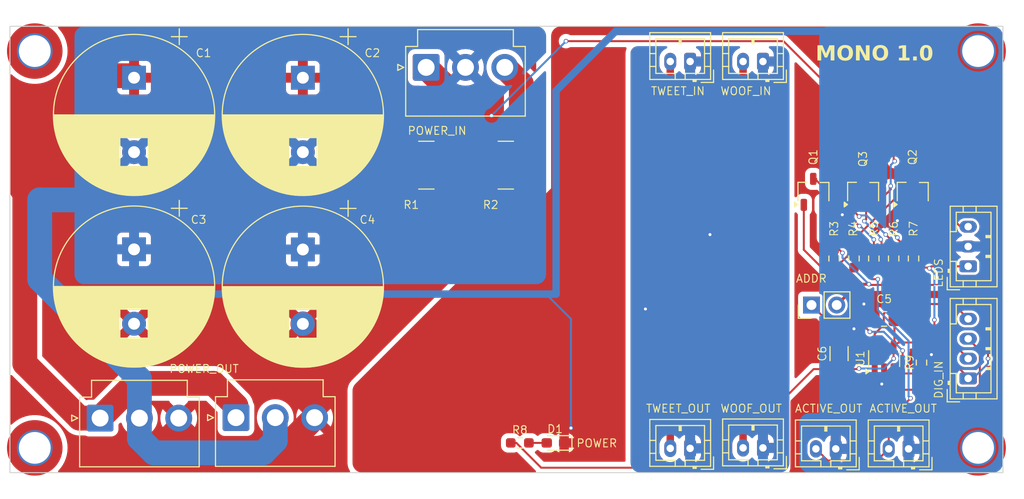
<source format=kicad_pcb>
(kicad_pcb (version 20240108) (generator "pcbnew") (generator_version "8.0")
  (layers (0 "F.Cu" signal) (31 "B.Cu" signal) (34 "B.Paste" user) (35 "F.Paste" user) (36 "B.SilkS" user "B.Silkscreen") (37 "F.SilkS" user "F.Silkscreen") (38 "B.Mask" user) (39 "F.Mask" user) (44 "Edge.Cuts" user))
  (net 0 "")
  (net 1 "VM")
  (net 2 "VP")
  (net 3 "PGND")
  (net 4 "POS")
  (net 5 "NEG")
  (net 6 "3V3")
  (net 7 "SCL")
  (net 8 "SDA")
  (net 9 "TWEETER")
  (net 10 "WOOFER")
  (net 11 "ACTIVE_IN")
  (net 12 "ACTIVE_OUT")
  (net 13 "AGND")
  (net 14 "Net-(Q1-B)")
  (net 15 "Net-(Q1-C)")
  (net 16 "Net-(Q2-B)")
  (net 17 "Net-(Q3-B)")
  (net 18 "ACTIVE_NEG")
  (net 19 "Net-(D1-A)")
  (net 20 "Net-(J12-Pin_1)")
  (footprint "Capacitor_THT:CP_Radial_D16.0mm_P7.50mm" (layer "F.Cu") (at 98.4 95.987246 -90)
    (property "Reference" "C3" (at -2.987246 -6.5 0) (layer "F.SilkS") (effects (font (size 0.8 0.8) (thickness 0.1))))
    (property "Value" "2200u 50V")
    (pad "1" thru_hole rect (at 0 0 270) (size 2.4 2.4) (drill 1.2) (layers "*.Cu" "*.Mask") (net 3 "PGND"))
    (pad "2" thru_hole circle (at 7.5 0 270) (size 2.4 2.4) (drill 1.2) (layers "*.Cu" "*.Mask") (net 5 "NEG"))
  )
  (footprint "Connector_JST:JST_PH_B2B-PH-K_1x02_P2.00mm_Vertical" (layer "F.Cu") (at 154.4 116.05 180)
    (property "Reference" "J9" (hide yes))
    (property "Value" "Conn_01x02_Pin")
    (pad "1" thru_hole roundrect (at 0 0 180) (size 1.2 1.75) (drill 0.75) (layers "*.Cu" "*.Mask") (roundrect_rratio 0.208333) (net 13 "AGND"))
    (pad "2" thru_hole oval (at 2 0 180) (size 1.2 1.75) (drill 0.75) (layers "*.Cu" "*.Mask") (net 9 "TWEETER"))
  )
  (footprint "Connector_JST:JST_PH_B2B-PH-K_1x02_P2.00mm_Vertical" (layer "F.Cu") (at 161.733333 77.05 180)
    (property "Reference" "J3" (hide yes))
    (property "Value" "Conn_01x02_Pin")
    (pad "1" thru_hole roundrect (at 0 0 180) (size 1.2 1.75) (drill 0.75) (layers "*.Cu" "*.Mask") (roundrect_rratio 0.208333) (net 13 "AGND"))
    (pad "2" thru_hole oval (at 2 0 180) (size 1.2 1.75) (drill 0.75) (layers "*.Cu" "*.Mask") (net 10 "WOOFER"))
  )
  (footprint "Capacitor_THT:CP_Radial_D16.0mm_P7.50mm" (layer "F.Cu") (at 98.4 78.687246 -90)
    (property "Reference" "C1" (at -2.487246 -7 0) (layer "F.SilkS") (effects (font (size 0.8 0.8) (thickness 0.1))))
    (property "Value" "2200u 50V")
    (pad "1" thru_hole rect (at 0 0 270) (size 2.4 2.4) (drill 1.2) (layers "*.Cu" "*.Mask") (net 4 "POS"))
    (pad "2" thru_hole circle (at 7.5 0 270) (size 2.4 2.4) (drill 1.2) (layers "*.Cu" "*.Mask") (net 3 "PGND"))
  )
  (footprint "Resistor_SMD:R_0603_1608Metric_Pad0.98x0.95mm_HandSolder" (layer "F.Cu") (at 174.9 96.9125 90)
    (property "Reference" "R6" (at 3 0 90) (layer "F.SilkS") (effects (font (size 0.8 0.8) (thickness 0.1))))
    (property "Value" "10K")
    (pad "1" smd roundrect (at -0.9125 0 90) (size 0.975 0.95) (layers "F.Cu" "F.Paste" "F.Mask") (net 5 "NEG"))
    (pad "2" smd roundrect (at 0.9125 0 90) (size 0.975 0.95) (layers "F.Cu" "F.Paste" "F.Mask") (net 17 "Net-(Q3-B)"))
  )
  (footprint "MountingHole:MountingHole_3.2mm_M3_DIN965_Pad_TopOnly" (layer "F.Cu") (at 88.4 76 90)
    (property "Reference" "H1" (hide yes))
    (property "Value" "MountingHole")
    (pad "1" thru_hole circle (at 0 0 90) (size 3.6 3.6) (drill 3.2) (layers "*.Cu" "*.Mask"))
    (pad "1" connect circle (at 0 0 90) (size 5.6 5.6) (layers "F.Cu" "F.Mask"))
  )
  (footprint "MountingHole:MountingHole_3.2mm_M3_DIN965_Pad_TopOnly" (layer "F.Cu") (at 88.4 116 90)
    (property "Reference" "H3" (hide yes))
    (property "Value" "MountingHole")
    (pad "1" thru_hole circle (at 0 0 90) (size 3.6 3.6) (drill 3.2) (layers "*.Cu" "*.Mask"))
    (pad "1" connect circle (at 0 0 90) (size 5.6 5.6) (layers "F.Cu" "F.Mask"))
  )
  (footprint "MountingHole:MountingHole_3.2mm_M3_DIN965_Pad_TopOnly" (layer "F.Cu") (at 183.4 76 90)
    (property "Reference" "H2" (hide yes))
    (property "Value" "MountingHole")
    (pad "1" thru_hole circle (at 0 0 90) (size 3.6 3.6) (drill 3.2) (layers "*.Cu" "*.Mask"))
    (pad "1" connect circle (at 0 0 90) (size 5.6 5.6) (layers "F.Cu" "F.Mask"))
  )
  (footprint "Connector_JST:JST_VH_B3P-VH-B_1x03_P3.96mm_Vertical" (layer "F.Cu") (at 108.6625 112.95)
    (property "Reference" "J7" (hide yes))
    (property "Value" "Conn_01x03_Male")
    (pad "1" thru_hole roundrect (at 0 0) (size 2.7 2.7) (drill 1.7) (layers "*.Cu" "*.Mask") (roundrect_rratio 0.092593) (net 4 "POS"))
    (pad "2" thru_hole circle (at 3.96 0) (size 2.7 2.7) (drill 1.7) (layers "*.Cu" "*.Mask") (net 3 "PGND"))
    (pad "3" thru_hole circle (at 7.92 0) (size 2.7 2.7) (drill 1.7) (layers "*.Cu" "*.Mask") (net 5 "NEG"))
  )
  (footprint "Connector_JST:JST_VH_B3P-VH-B_1x03_P3.96mm_Vertical" (layer "F.Cu") (at 94.98 113)
    (property "Reference" "J6" (hide yes))
    (property "Value" "Conn_01x03_Male")
    (pad "1" thru_hole roundrect (at 0 0) (size 2.7 2.7) (drill 1.7) (layers "*.Cu" "*.Mask") (roundrect_rratio 0.092593) (net 4 "POS"))
    (pad "2" thru_hole circle (at 3.96 0) (size 2.7 2.7) (drill 1.7) (layers "*.Cu" "*.Mask") (net 3 "PGND"))
    (pad "3" thru_hole circle (at 7.92 0) (size 2.7 2.7) (drill 1.7) (layers "*.Cu" "*.Mask") (net 5 "NEG"))
  )
  (footprint "Package_TO_SOT_SMD:TSOT-23" (layer "F.Cu") (at 166.8 90.19 90)
    (property "Reference" "Q1" (at 3.5 0 90) (layer "F.SilkS") (effects (font (size 0.8 0.8) (thickness 0.1))))
    (property "Value" "BC807")
    (pad "1" smd roundrect (at -1.31 -0.95 90) (size 1.22 0.65) (layers "F.Cu" "F.Paste" "F.Mask") (net 14 "Net-(Q1-B)"))
    (pad "2" smd roundrect (at -1.31 0.95 90) (size 1.22 0.65) (layers "F.Cu" "F.Paste" "F.Mask") (net 6 "3V3"))
    (pad "3" smd roundrect (at 1.31 0 90) (size 1.22 0.65) (layers "F.Cu" "F.Paste" "F.Mask") (net 15 "Net-(Q1-C)"))
  )
  (footprint "Connector_JST:JST_PH_B2B-PH-K_1x02_P2.00mm_Vertical" (layer "F.Cu") (at 161.733333 116 180)
    (property "Reference" "J8" (hide yes))
    (property "Value" "Conn_01x02_Pin")
    (pad "1" thru_hole roundrect (at 0 0 180) (size 1.2 1.75) (drill 0.75) (layers "*.Cu" "*.Mask") (roundrect_rratio 0.208333) (net 13 "AGND"))
    (pad "2" thru_hole oval (at 2 0 180) (size 1.2 1.75) (drill 0.75) (layers "*.Cu" "*.Mask") (net 10 "WOOFER"))
  )
  (footprint "Connector_JST:JST_PH_B2B-PH-K_1x02_P2.00mm_Vertical" (layer "F.Cu") (at 169.066666 116.1 180)
    (property "Reference" "J11" (hide yes))
    (property "Value" "Conn_01x02_Pin")
    (pad "1" thru_hole roundrect (at 0 0 180) (size 1.2 1.75) (drill 0.75) (layers "*.Cu" "*.Mask") (roundrect_rratio 0.208333) (net 3 "PGND"))
    (pad "2" thru_hole oval (at 2 0 180) (size 1.2 1.75) (drill 0.75) (layers "*.Cu" "*.Mask") (net 12 "ACTIVE_OUT"))
  )
  (footprint "Connector_JST:JST_PH_B3B-PH-K_1x03_P2.00mm_Vertical" (layer "F.Cu") (at 182.4 97.7 90)
    (property "Reference" "J13" (hide yes))
    (property "Value" "Conn_01x03_Pin")
    (pad "1" thru_hole roundrect (at 0 0 90) (size 1.2 1.75) (drill 0.75) (layers "*.Cu" "*.Mask") (roundrect_rratio 0.208333) (net 11 "ACTIVE_IN"))
    (pad "2" thru_hole oval (at 2 0 90) (size 1.2 1.75) (drill 0.75) (layers "*.Cu" "*.Mask") (net 3 "PGND"))
    (pad "3" thru_hole oval (at 4 0 90) (size 1.2 1.75) (drill 0.75) (layers "*.Cu" "*.Mask") (net 18 "ACTIVE_NEG"))
  )
  (footprint "Resistor_SMD:R_0603_1608Metric_Pad0.98x0.95mm_HandSolder" (layer "F.Cu") (at 170.9 96.9125 -90)
    (property "Reference" "R4" (at -3 0.07 90) (layer "F.SilkS") (effects (font (size 0.8 0.8) (thickness 0.1))))
    (property "Value" "1K")
    (pad "1" smd roundrect (at -0.9125 0 270) (size 0.975 0.95) (layers "F.Cu" "F.Paste" "F.Mask") (net 18 "ACTIVE_NEG"))
    (pad "2" smd roundrect (at 0.9125 0 270) (size 0.975 0.95) (layers "F.Cu" "F.Paste" "F.Mask") (net 14 "Net-(Q1-B)"))
  )
  (footprint "Resistor_SMD:R_1218_3246Metric_Pad1.22x4.75mm_HandSolder" (layer "F.Cu") (at 127.8375 87.5 180)
    (property "Reference" "R1" (at 1.52 -4 0) (layer "F.SilkS") (effects (font (size 0.8 0.8) (thickness 0.1))))
    (property "Value" "470m 3W")
    (pad "1" smd roundrect (at -1.5625 0 180) (size 1.225 4.75) (layers "F.Cu" "F.Paste" "F.Mask") (roundrect_rratio 0.204082) (net 2 "VP"))
    (pad "2" smd roundrect (at 1.5625 0 180) (size 1.225 4.75) (layers "F.Cu" "F.Paste" "F.Mask") (roundrect_rratio 0.204082) (net 4 "POS"))
  )
  (footprint "Connector_JST:JST_VH_B3P-VH-B_1x03_P3.96mm_Vertical" (layer "F.Cu") (at 127.8175 77.64375)
    (property "Reference" "J1" (hide yes))
    (property "Value" "Conn_01x03_Male")
    (pad "1" thru_hole roundrect (at 0 0) (size 2.7 2.7) (drill 1.7) (layers "*.Cu" "*.Mask") (roundrect_rratio 0.092593) (net 2 "VP"))
    (pad "2" thru_hole circle (at 3.96 0) (size 2.7 2.7) (drill 1.7) (layers "*.Cu" "*.Mask") (net 3 "PGND"))
    (pad "3" thru_hole circle (at 7.92 0) (size 2.7 2.7) (drill 1.7) (layers "*.Cu" "*.Mask") (net 1 "VM"))
  )
  (footprint "Capacitor_SMD:C_0805_2012Metric_Pad1.18x1.45mm_HandSolder" (layer "F.Cu") (at 173.9375 103 180)
    (property "Reference" "C5" (at 0 2 0) (layer "F.SilkS") (effects (font (size 0.8 0.8) (thickness 0.1))))
    (property "Value" "0.1u")
    (pad "1" smd roundrect (at -1.0375 0 180) (size 1.175 1.45) (layers "F.Cu" "F.Paste" "F.Mask") (roundrect_rratio 0.212766) (net 6 "3V3"))
    (pad "2" smd roundrect (at 1.0375 0 180) (size 1.175 1.45) (layers "F.Cu" "F.Paste" "F.Mask") (roundrect_rratio 0.212766) (net 3 "PGND"))
  )
  (footprint "Connector_PinHeader_2.54mm:PinHeader_1x02_P2.54mm_Vertical" (layer "F.Cu") (at 166.625 101.6 90)
    (property "Reference" "J12" (hide yes))
    (property "Value" "Conn_01x02_Pin")
    (pad "1" thru_hole rect (at 0 0 90) (size 1.7 1.7) (drill 1) (layers "*.Cu" "*.Mask") (net 20 "Net-(J12-Pin_1)"))
    (pad "2" thru_hole oval (at 0 2.54 90) (size 1.7 1.7) (drill 1) (layers "*.Cu" "*.Mask") (net 6 "3V3"))
  )
  (footprint "Connector_JST:JST_PH_B2B-PH-K_1x02_P2.00mm_Vertical" (layer "F.Cu") (at 154.4 77.05 180)
    (property "Reference" "J2" (hide yes))
    (property "Value" "Conn_01x02_Pin")
    (pad "1" thru_hole roundrect (at 0 0 180) (size 1.2 1.75) (drill 0.75) (layers "*.Cu" "*.Mask") (roundrect_rratio 0.208333) (net 13 "AGND"))
    (pad "2" thru_hole oval (at 2 0 180) (size 1.2 1.75) (drill 0.75) (layers "*.Cu" "*.Mask") (net 9 "TWEETER"))
  )
  (footprint "Package_TO_SOT_SMD:TSOT-23" (layer "F.Cu") (at 171.8 90.19 90)
    (property "Reference" "Q3" (at 3.31 0 90) (layer "F.SilkS") (effects (font (size 0.8 0.8) (thickness 0.1))))
    (property "Value" "BC817K-40")
    (pad "1" smd roundrect (at -1.31 -0.95 90) (size 1.22 0.65) (layers "F.Cu" "F.Paste" "F.Mask") (net 17 "Net-(Q3-B)"))
    (pad "2" smd roundrect (at -1.31 0.95 90) (size 1.22 0.65) (layers "F.Cu" "F.Paste" "F.Mask") (net 5 "NEG"))
    (pad "3" smd roundrect (at 1.31 0 90) (size 1.22 0.65) (layers "F.Cu" "F.Paste" "F.Mask") (net 12 "ACTIVE_OUT"))
  )
  (footprint "Capacitor_THT:CP_Radial_D16.0mm_P7.50mm" (layer "F.Cu") (at 115.4 96 -90)
    (property "Reference" "C4" (at -3 -6.5 0) (layer "F.SilkS") (effects (font (size 0.8 0.8) (thickness 0.1))))
    (property "Value" "2200u 50V")
    (pad "1" thru_hole rect (at 0 0 270) (size 2.4 2.4) (drill 1.2) (layers "*.Cu" "*.Mask") (net 3 "PGND"))
    (pad "2" thru_hole circle (at 7.5 0 270) (size 2.4 2.4) (drill 1.2) (layers "*.Cu" "*.Mask") (net 5 "NEG"))
  )
  (footprint "Connector_JST:JST_PH_B2B-PH-K_1x02_P2.00mm_Vertical" (layer "F.Cu") (at 176.4 116.1 180)
    (property "Reference" "J10" (hide yes))
    (property "Value" "Conn_01x02_Pin")
    (pad "1" thru_hole roundrect (at 0 0 180) (size 1.2 1.75) (drill 0.75) (layers "*.Cu" "*.Mask") (roundrect_rratio 0.208333) (net 3 "PGND"))
    (pad "2" thru_hole oval (at 2 0 180) (size 1.2 1.75) (drill 0.75) (layers "*.Cu" "*.Mask") (net 12 "ACTIVE_OUT"))
  )
  (footprint "LED_SMD:LED_0603_1608Metric_Pad1.05x0.95mm_HandSolder" (layer "F.Cu") (at 140.8375 115.5 180)
    (property "Reference" "D1" (at 0.0375 1.4 0) (layer "F.SilkS") (effects (font (size 0.8 0.8) (thickness 0.1))))
    (property "Value" "BLUE")
    (pad "1" smd roundrect (at -0.875 0 180) (size 1.05 0.95) (layers "F.Cu" "F.Paste" "F.Mask") (net 3 "PGND"))
    (pad "2" smd roundrect (at 0.875 0 180) (size 1.05 0.95) (layers "F.Cu" "F.Paste" "F.Mask") (net 19 "Net-(D1-A)"))
  )
  (footprint "Resistor_SMD:R_1218_3246Metric_Pad1.22x4.75mm_HandSolder" (layer "F.Cu") (at 135.8375 87.5 180)
    (property "Reference" "R2" (at 1.52 -4 0) (layer "F.SilkS") (effects (font (size 0.8 0.8) (thickness 0.1))))
    (property "Value" "470m 3W")
    (pad "1" smd roundrect (at -1.5625 0 180) (size 1.225 4.75) (layers "F.Cu" "F.Paste" "F.Mask") (roundrect_rratio 0.204082) (net 1 "VM"))
    (pad "2" smd roundrect (at 1.5625 0 180) (size 1.225 4.75) (layers "F.Cu" "F.Paste" "F.Mask") (roundrect_rratio 0.204082) (net 5 "NEG"))
  )
  (footprint "Capacitor_THT:CP_Radial_D16.0mm_P7.50mm" (layer "F.Cu") (at 115.4 78.687246 -90)
    (property "Reference" "C2" (at -2.487246 -7 0) (layer "F.SilkS") (effects (font (size 0.8 0.8) (thickness 0.1))))
    (property "Value" "2200u 50V")
    (pad "1" thru_hole rect (at 0 0 270) (size 2.4 2.4) (drill 1.2) (layers "*.Cu" "*.Mask") (net 4 "POS"))
    (pad "2" thru_hole circle (at 7.5 0 270) (size 2.4 2.4) (drill 1.2) (layers "*.Cu" "*.Mask") (net 3 "PGND"))
  )
  (footprint "Resistor_SMD:R_0603_1608Metric_Pad0.98x0.95mm_HandSolder" (layer "F.Cu") (at 172.9 96.9125 90)
    (property "Reference" "R5" (at 3 0 90) (layer "F.SilkS") (effects (font (size 0.8 0.8) (thickness 0.1))))
    (property "Value" "90K")
    (pad "1" smd roundrect (at -0.9125 0 90) (size 0.975 0.95) (layers "F.Cu" "F.Paste" "F.Mask") (net 17 "Net-(Q3-B)"))
    (pad "2" smd roundrect (at 0.9125 0 90) (size 0.975 0.95) (layers "F.Cu" "F.Paste" "F.Mask") (net 15 "Net-(Q1-C)"))
  )
  (footprint "Connector_JST:JST_PH_B4B-PH-K_1x04_P2.00mm_Vertical" (layer "F.Cu") (at 182.4 109 90)
    (property "Reference" "J5" (hide yes))
    (property "Value" "Conn_01x04_Pin")
    (pad "1" thru_hole roundrect (at 0 0 90) (size 1.2 1.75) (drill 0.75) (layers "*.Cu" "*.Mask") (roundrect_rratio 0.208333) (net 6 "3V3"))
    (pad "2" thru_hole oval (at 2 0 90) (size 1.2 1.75) (drill 0.75) (layers "*.Cu" "*.Mask") (net 11 "ACTIVE_IN"))
    (pad "3" thru_hole oval (at 4 0 90) (size 1.2 1.75) (drill 0.75) (layers "*.Cu" "*.Mask") (net 7 "SCL"))
    (pad "4" thru_hole oval (at 6 0 90) (size 1.2 1.75) (drill 0.75) (layers "*.Cu" "*.Mask") (net 8 "SDA"))
  )
  (footprint "Resistor_SMD:R_0603_1608Metric_Pad0.98x0.95mm_HandSolder" (layer "F.Cu") (at 137.25 115.5 180)
    (property "Reference" "R8" (at 0 1.3 0) (layer "F.SilkS") (effects (font (size 0.8 0.8) (thickness 0.1))))
    (property "Value" "150R")
    (pad "1" smd roundrect (at -0.9125 0 180) (size 0.975 0.95) (layers "F.Cu" "F.Paste" "F.Mask") (net 19 "Net-(D1-A)"))
    (pad "2" smd roundrect (at 0.9125 0 180) (size 0.975 0.95) (layers "F.Cu" "F.Paste" "F.Mask") (net 6 "3V3"))
  )
  (footprint "Resistor_SMD:R_0603_1608Metric_Pad0.98x0.95mm_HandSolder" (layer "F.Cu") (at 176.9 96.9125 90)
    (property "Reference" "R7" (at 3 0 90) (layer "F.SilkS") (effects (font (size 0.8 0.8) (thickness 0.1))))
    (property "Value" "1K")
    (pad "1" smd roundrect (at -0.9125 0 90) (size 0.975 0.95) (layers "F.Cu" "F.Paste" "F.Mask") (net 11 "ACTIVE_IN"))
    (pad "2" smd roundrect (at 0.9125 0 90) (size 0.975 0.95) (layers "F.Cu" "F.Paste" "F.Mask") (net 16 "Net-(Q2-B)"))
  )
  (footprint "Resistor_SMD:R_0603_1608Metric_Pad0.98x0.95mm_HandSolder" (layer "F.Cu") (at 177.7 107.4 90)
    (property "Reference" "R9" (at 0 -1.2 90) (layer "F.SilkS") (effects (font (size 0.8 0.8) (thickness 0.1))))
    (property "Value" "4.7k")
    (pad "1" smd roundrect (at -0.9125 0 90) (size 0.975 0.95) (layers "F.Cu" "F.Paste" "F.Mask") (net 20 "Net-(J12-Pin_1)"))
    (pad "2" smd roundrect (at 0.9125 0 90) (size 0.975 0.95) (layers "F.Cu" "F.Paste" "F.Mask") (net 3 "PGND"))
  )
  (footprint "MountingHole:MountingHole_3.2mm_M3_DIN965_Pad_TopOnly" (layer "F.Cu") (at 183.4 116 90)
    (property "Reference" "H4" (hide yes))
    (property "Value" "MountingHole")
    (pad "1" thru_hole circle (at 0 0 90) (size 3.6 3.6) (drill 3.2) (layers "*.Cu" "*.Mask"))
    (pad "1" connect circle (at 0 0 90) (size 5.6 5.6) (layers "F.Cu" "F.Mask"))
  )
  (footprint "Package_TO_SOT_SMD:TSOT-23" (layer "F.Cu") (at 176.8 90.19 90)
    (property "Reference" "Q2" (at 3.5 0 90) (layer "F.SilkS") (effects (font (size 0.8 0.8) (thickness 0.1))))
    (property "Value" "BC817K-40")
    (pad "1" smd roundrect (at -1.31 -0.95 90) (size 1.22 0.65) (layers "F.Cu" "F.Paste" "F.Mask") (net 16 "Net-(Q2-B)"))
    (pad "2" smd roundrect (at -1.31 0.95 90) (size 1.22 0.65) (layers "F.Cu" "F.Paste" "F.Mask") (net 3 "PGND"))
    (pad "3" smd roundrect (at 1.31 0 90) (size 1.22 0.65) (layers "F.Cu" "F.Paste" "F.Mask") (net 18 "ACTIVE_NEG"))
  )
  (footprint "Resistor_SMD:R_0603_1608Metric_Pad0.98x0.95mm_HandSolder" (layer "F.Cu") (at 168.9 96.9125 90)
    (property "Reference" "R3" (at 3 0 90) (layer "F.SilkS") (effects (font (size 0.8 0.8) (thickness 0.1))))
    (property "Value" "10k")
    (pad "1" smd roundrect (at -0.9125 0 90) (size 0.975 0.95) (layers "F.Cu" "F.Paste" "F.Mask") (net 18 "ACTIVE_NEG"))
    (pad "2" smd roundrect (at 0.9125 0 90) (size 0.975 0.95) (layers "F.Cu" "F.Paste" "F.Mask") (net 6 "3V3"))
  )
  (footprint "Capacitor_SMD:C_1206_3216Metric_Pad1.33x1.80mm_HandSolder" (layer "F.Cu") (at 169.4 106.5 90)
    (property "Reference" "C6" (at 0 -1.7 90) (layer "F.SilkS") (effects (font (size 0.8 0.8) (thickness 0.1))))
    (property "Value" "10u")
    (pad "1" smd roundrect (at -1.5625 0 90) (size 1.325 1.8) (layers "F.Cu" "F.Paste" "F.Mask") (roundrect_rratio 0.188679) (net 6 "3V3"))
    (pad "2" smd roundrect (at 1.5625 0 90) (size 1.325 1.8) (layers "F.Cu" "F.Paste" "F.Mask") (roundrect_rratio 0.188679) (net 3 "PGND"))
  )
  (footprint "Package_TO_SOT_SMD:SOT-23-6" (layer "F.Cu") (at 173.9375 107 90)
    (property "Reference" "U1" (at 0 -2.4 90) (layer "F.SilkS") (effects (font (size 0.8 0.8) (thickness 0.1))))
    (property "Value" "TMP100")
    (pad "1" smd roundrect (at -1.1375 -0.95 90) (size 1.325 0.6) (layers "F.Cu" "F.Paste" "F.Mask") (net 7 "SCL"))
    (pad "2" smd roundrect (at -1.1375 0 90) (size 1.325 0.6) (layers "F.Cu" "F.Paste" "F.Mask") (net 3 "PGND"))
    (pad "3" smd roundrect (at -1.1375 0.95 90) (size 1.325 0.6) (layers "F.Cu" "F.Paste" "F.Mask") (net 20 "Net-(J12-Pin_1)"))
    (pad "4" smd roundrect (at 1.1375 0.95 90) (size 1.325 0.6) (layers "F.Cu" "F.Paste" "F.Mask") (net 6 "3V3"))
    (pad "5" smd roundrect (at 1.1375 0 90) (size 1.325 0.6) (layers "F.Cu" "F.Paste" "F.Mask") (net 6 "3V3"))
    (pad "6" smd roundrect (at 1.1375 -0.95 90) (size 1.325 0.6) (layers "F.Cu" "F.Paste" "F.Mask") (net 8 "SDA"))
  )
  (gr_line (start 85.9 118.5) (end 85.9 73.5) (stroke (width 0.1)) (layer "Edge.Cuts"))
  (gr_line (start 85.9 73.5) (end 185.9 73.5) (stroke (width 0.1)) (layer "Edge.Cuts"))
  (gr_line (start 185.9 73.5) (end 185.9 118.5) (stroke (width 0.1)) (layer "Edge.Cuts"))
  (gr_line (start 185.9 118.5) (end 85.9 118.5) (stroke (width 0.1)) (layer "Edge.Cuts"))
  (gr_text "LEDS" (at 179.9 99.9 90) (layer "F.SilkS") (effects (font (size 0.8 0.8) (thickness 0.1)) (justify left bottom)))
  (gr_text "DIG_IN" (at 179.9 111.1 90) (layer "F.SilkS") (effects (font (size 0.8 0.8) (thickness 0.1)) (justify left bottom)))
  (gr_text "POWER" (at 142.9 116 0) (layer "F.SilkS") (effects (font (size 0.8 0.8) (thickness 0.1)) (justify left bottom)))
  (gr_text "WOOF_OUT" (at 157.4 112.5 0) (layer "F.SilkS") (effects (font (size 0.8 0.8) (thickness 0.1)) (justify left bottom)))
  (gr_text "ADDR" (at 165 99.4 0) (layer "F.SilkS") (effects (font (size 0.8 0.8) (thickness 0.1)) (justify left bottom)))
  (gr_text "ACTIVE_OUT" (at 164.9 112.5 0) (layer "F.SilkS") (effects (font (size 0.8 0.8) (thickness 0.1)) (justify left bottom)))
  (gr_text "POWER_OUT" (at 101.9 108.5 0) (layer "F.SilkS") (effects (font (size 0.8 0.8) (thickness 0.1)) (justify left bottom)))
  (gr_text "POWER_IN" (at 125.9 84.5 0) (layer "F.SilkS") (effects (font (size 0.8 0.8) (thickness 0.1)) (justify left bottom)))
  (gr_text "WOOF_IN" (at 157.4 80.5 0) (layer "F.SilkS") (effects (font (size 0.8 0.8) (thickness 0.1)) (justify left bottom)))
  (gr_text "MONO 1.0" (at 178.9 77.2 0) (layer "F.SilkS") (effects (font (size 1.5 1.5) (thickness 0.1) (bold yes)) (justify right bottom)))
  (gr_text "TWEET_OUT" (at 149.9 112.5 0) (layer "F.SilkS") (effects (font (size 0.8 0.8) (thickness 0.1)) (justify left bottom)))
  (gr_text "TWEET_IN" (at 150.4 80.5 0) (layer "F.SilkS") (effects (font (size 0.8 0.8) (thickness 0.1)) (justify left bottom)))
  (gr_text "ACTIVE_OUT" (at 172.4 112.5 0) (layer "F.SilkS") (effects (font (size 0.8 0.8) (thickness 0.1)) (justify left bottom)))
  (segment (start 137.4 79.30625) (end 137.4 86.69375) (width 2.5) (layer "F.Cu") (net 1))
  (segment (start 135.7375 77.64375) (end 137.4 79.30625) (width 2.5) (layer "F.Cu") (net 1))
  (segment (start 127.8175 77.64375) (end 129.4 79.22625) (width 2.5) (layer "F.Cu") (net 2))
  (segment (start 129.4 79.22625) (end 129.4 87.5) (width 2.5) (layer "F.Cu") (net 2))
  (segment (start 141.775 114.625) (end 142.4 114) (width 0.2) (layer "F.Cu") (net 3))
  (segment (start 172.9 102.5) (end 171.9 101.5) (width 0.2) (layer "F.Cu") (net 3))
  (segment (start 173.9375 109.328851) (end 173.70049 109.565861) (width 0.2) (layer "F.Cu") (net 3))
  (segment (start 177.7 106.4875) (end 178.5875 106.4875) (width 0.3) (layer "F.Cu") (net 3))
  (segment (start 173.9375 108.1375) (end 173.9375 109.328851) (width 0.2) (layer "F.Cu") (net 3))
  (segment (start 178.5875 106.4875) (end 178.7 106.6) (width 0.3) (layer "F.Cu") (net 3))
  (segment (start 169.9625 104.9375) (end 170.9 104) (width 0.2) (layer "F.Cu") (net 3))
  (segment (start 141.775 115.5) (end 141.775 114.625) (width 0.2) (layer "F.Cu") (net 3))
  (via (at 170.9 104) (size 0.45) (drill 0.3) (layers "F.Cu" "B.Cu") (net 3))
  (via (at 169.725 92.5) (size 0.45) (drill 0.3) (layers "F.Cu" "B.Cu") (net 3))
  (via (at 178.7 106.6) (size 0.45) (drill 0.3) (layers "F.Cu" "B.Cu") (net 3))
  (via (at 171.9 101.5) (size 0.45) (drill 0.3) (layers "F.Cu" "B.Cu") (net 3))
  (via (at 175.275 93.1) (size 0.45) (drill 0.3) (layers "F.Cu" "B.Cu") (net 3))
  (via (at 173.70049 109.565861) (size 0.45) (drill 0.3) (layers "F.Cu" "B.Cu") (net 3))
  (via (at 142.4 114) (size 0.45) (drill 0.3) (layers "F.Cu" "B.Cu") (net 3))
  (segment (start 98.94 115.04) (end 98.94 113) (width 2.5) (layer "B.Cu") (net 3))
  (segment (start 111.4 116.5) (end 100.4 116.5) (width 2.5) (layer "B.Cu") (net 3))
  (segment (start 112.6225 112.95) (end 112.6225 115.2775) (width 2.5) (layer "B.Cu") (net 3))
  (segment (start 112.6225 115.2775) (end 111.4 116.5) (width 2.5) (layer "B.Cu") (net 3))
  (segment (start 88.9 91) (end 97.4 91) (width 2.5) (layer "B.Cu") (net 3))
  (segment (start 142.4 103) (end 139.9 100.5) (width 0.2) (layer "B.Cu") (net 3))
  (segment (start 139.9 100.5) (end 92.4 100.5) (width 0.75) (layer "B.Cu") (net 3))
  (segment (start 98.94 109.04) (end 91.4 101.5) (width 2.5) (layer "B.Cu") (net 3))
  (segment (start 167.9 74) (end 146.9 74) (width 0.75) (layer "B.Cu") (net 3))
  (segment (start 140.9 80) (end 140.9 100.5) (width 0.75) (layer "B.Cu") (net 3))
  (segment (start 97.4 91) (end 97.9 90.5) (width 2.5) (layer "B.Cu") (net 3))
  (segment (start 92.4 100.5) (end 91.4 101.5) (width 0.75) (layer "B.Cu") (net 3))
  (segment (start 140.9 100.5) (end 139.9 100.5) (width 0.75) (layer "B.Cu") (net 3))
  (segment (start 98.94 113) (end 98.94 109.04) (width 2.5) (layer "B.Cu") (net 3))
  (segment (start 100.4 116.5) (end 98.94 115.04) (width 2.5) (layer "B.Cu") (net 3))
  (segment (start 88.9 99) (end 88.9 91) (width 2.5) (layer "B.Cu") (net 3))
  (segment (start 142.4 114) (end 142.4 103) (width 0.2) (layer "B.Cu") (net 3))
  (segment (start 146.9 74) (end 140.9 80) (width 0.75) (layer "B.Cu") (net 3))
  (segment (start 91.4 101.5) (end 88.9 99) (width 2.5) (layer "B.Cu") (net 3))
  (segment (start 87.4 85.25) (end 87.4 107.5) (width 2.5) (layer "F.Cu") (net 4))
  (segment (start 94.312754 78.487246) (end 87.8 85) (width 2.5) (layer "F.Cu") (net 4))
  (segment (start 92.9 113) (end 94.98 113) (width 2.5) (layer "F.Cu") (net 4))
  (segment (start 108.6625 112.95) (end 108.6625 111.7625) (width 2.5) (layer "F.Cu") (net 4))
  (segment (start 98.48 109.5) (end 94.98 113) (width 2.5) (layer "F.Cu") (net 4))
  (segment (start 106.4 109.5) (end 98.48 109.5) (width 2.5) (layer "F.Cu") (net 4))
  (segment (start 108.6625 111.7625) (end 106.4 109.5) (width 2.5) (layer "F.Cu") (net 4))
  (segment (start 87.4 107.5) (end 92.9 113) (width 2.5) (layer "F.Cu") (net 4))
  (segment (start 98.4 78.487246) (end 94.312754 78.487246) (width 2.5) (layer "F.Cu") (net 4))
  (segment (start 104.4 116.5) (end 113.0325 116.5) (width 2.5) (layer "F.Cu") (net 5))
  (segment (start 141.9 75) (end 163.8 75) (width 0.2) (layer "F.Cu") (net 5))
  (segment (start 174.9 86.1) (end 174.9 87) (width 0.2) (layer "F.Cu") (net 5))
  (segment (start 113.0325 116.5) (end 116.5825 112.95) (width 2.5) (layer "F.Cu") (net 5))
  (segment (start 102.9 113) (end 102.9 115) (width 2.5) (layer "F.Cu") (net 5))
  (segment (start 173.05 91.5) (end 174.6 89.95) (width 0.2) (layer "F.Cu") (net 5))
  (segment (start 174.9 97.825) (end 175.675 97.05) (width 0.2) (layer "F.Cu") (net 5))
  (segment (start 175.675 95.340686) (end 175.275 94.940686) (width 0.2) (layer "F.Cu") (net 5))
  (segment (start 116.5825 112.95) (end 116.5825 104.6825) (width 2.5) (layer "F.Cu") (net 5))
  (segment (start 174.6 89.95) (end 174.6 89.6) (width 0.2) (layer "F.Cu") (net 5))
  (segment (start 175.275 94.940686) (end 175.275 94.8) (width 0.2) (layer "F.Cu") (net 5))
  (segment (start 174.9 87) (end 175 87.1) (width 0.2) (layer "F.Cu") (net 5))
  (segment (start 175.675 97.05) (end 175.675 95.340686) (width 0.2) (layer "F.Cu") (net 5))
  (segment (start 163.8 75) (end 174.9 86.1) (width 0.2) (layer "F.Cu") (net 5))
  (segment (start 116.5825 104.6825) (end 115.4 103.5) (width 2.5) (layer "F.Cu") (net 5))
  (segment (start 102.9 115) (end 104.4 116.5) (width 2.5) (layer "F.Cu") (net 5))
  (via (at 175 87.1) (size 0.45) (drill 0.3) (layers "F.Cu" "B.Cu") (net 5))
  (via (at 141.9 75) (size 0.45) (drill 0.3) (layers "F.Cu" "B.Cu") (net 5))
  (via (at 134.4 82.5) (size 0.45) (drill 0.3) (layers "F.Cu" "B.Cu") (net 5))
  (via (at 175.275 94.8) (size 0.45) (drill 0.3) (layers "F.Cu" "B.Cu") (net 5))
  (via (at 174.6 89.6) (size 0.45) (drill 0.3) (layers "F.Cu" "B.Cu") (net 5))
  (segment (start 174.6 87.5) (end 174.6 89.6) (width 0.2) (layer "B.Cu") (net 5))
  (segment (start 175 87.1) (end 174.6 87.5) (width 0.2) (layer "B.Cu") (net 5))
  (segment (start 174.5 94.025) (end 174.5 89.7) (width 0.2) (layer "B.Cu") (net 5))
  (segment (start 175.275 94.8) (end 174.5 94.025) (width 0.2) (layer "B.Cu") (net 5))
  (segment (start 134.4 82.5) (end 141.9 75) (width 0.2) (layer "B.Cu") (net 5))
  (segment (start 174.5 89.7) (end 174.6 89.6) (width 0.2) (layer "B.Cu") (net 5))
  (segment (start 174.8875 106.9875) (end 174.9 107) (width 0.2) (layer "F.Cu") (net 6))
  (segment (start 171.265 99.5) (end 172.4 99.5) (width 0.3) (layer "F.Cu") (net 6))
  (segment (start 136.9 115.5) (end 139.4 118) (width 0.2) (layer "F.Cu") (net 6))
  (segment (start 184.4 102.5) (end 181.475 99.575) (width 0.2) (layer "F.Cu") (net 6))
  (segment (start 174.8875 105.8625) (end 174.503185 105.8625) (width 0.2) (layer "F.Cu") (net 6))
  (segment (start 178.875 105.375) (end 175.375 105.375) (width 0.2) (layer "F.Cu") (net 6))
  (segment (start 169.165 101.6) (end 171.265 99.5) (width 0.3) (layer "F.Cu") (net 6))
  (segment (start 139.4 118) (end 163.9 118) (width 0.2) (layer "F.Cu") (net 6))
  (segment (start 172.475 99.575) (end 172.4 99.5) (width 0.2) (layer "F.Cu") (net 6))
  (segment (start 181.475 99.575) (end 172.475 99.575) (width 0.2) (layer "F.Cu") (net 6))
  (segment (start 166.8375 108.0625) (end 169.4 108.0625) (width 0.2) (layer "F.Cu") (net 6))
  (segment (start 174.975 103) (end 174.975 105.775) (width 0.2) (layer "F.Cu") (net 6))
  (segment (start 184.4 107) (end 184.4 102.5) (width 0.2) (layer "F.Cu") (net 6))
  (segment (start 169.4 108.0625) (end 171.3375 108.0625) (width 0.2) (layer "F.Cu") (net 6))
  (segment (start 167.75 91.5) (end 167.75 94.85) (width 0.2) (layer "F.Cu") (net 6))
  (segment (start 136.3375 115.5) (end 136.9 115.5) (width 0.2) (layer "F.Cu") (net 6))
  (segment (start 168.9 96) (end 169.4 96) (width 0.2) (layer "F.Cu") (net 6))
  (segment (start 182.4 108.9) (end 178.875 105.375) (width 0.2) (layer "F.Cu") (net 6))
  (segment (start 174.503185 105.8625) (end 174.220342 105.579657) (width 0.2) (layer "F.Cu") (net 6))
  (segment (start 175.375 105.375) (end 174.8875 105.8625) (width 0.2) (layer "F.Cu") (net 6))
  (segment (start 163.9 111) (end 166.8375 108.0625) (width 0.2) (layer "F.Cu") (net 6))
  (segment (start 171.3375 108.0625) (end 171.4 108) (width 0.2) (layer "F.Cu") (net 6))
  (segment (start 167.75 94.85) (end 168.9 96) (width 0.2) (layer "F.Cu") (net 6))
  (segment (start 163.9 118) (end 163.9 111) (width 0.2) (layer "F.Cu") (net 6))
  (segment (start 174.8875 105.8625) (end 174.8875 106.9875) (width 0.2) (layer "F.Cu") (net 6))
  (segment (start 169.4 96) (end 169.743413 96.343413) (width 0.2) (layer "F.Cu") (net 6))
  (via (at 172.4 99.5) (size 0.45) (drill 0.3) (layers "F.Cu" "B.Cu") (net 6))
  (via (at 171.4 108) (size 0.45) (drill 0.3) (layers "F.Cu" "B.Cu") (net 6))
  (via (at 169.743413 96.343413) (size 0.45) (drill 0.3) (layers "F.Cu" "B.Cu") (net 6))
  (via (at 174.9 107) (size 0.45) (drill 0.3) (layers "F.Cu" "B.Cu") (net 6))
  (via (at 184.4 107) (size 0.45) (drill 0.3) (layers "F.Cu" "B.Cu") (net 6))
  (segment (start 169.743413 96.843413) (end 169.743413 96.343413) (width 0.2) (layer "B.Cu") (net 6))
  (segment (start 171.4 108) (end 173.9 108) (width 0.2) (layer "B.Cu") (net 6))
  (segment (start 172.4 99.5) (end 169.743413 96.843413) (width 0.2) (layer "B.Cu") (net 6))
  (segment (start 182.9 109) (end 184.4 107.5) (width 0.2) (layer "B.Cu") (net 6))
  (segment (start 184.4 107.5) (end 184.4 107) (width 0.2) (layer "B.Cu") (net 6))
  (segment (start 173.9 108) (end 174.9 107) (width 0.2) (layer "B.Cu") (net 6))
  (segment (start 183.575 106.175) (end 183.575 109.584744) (width 0.2) (layer "F.Cu") (net 7))
  (segment (start 183.018883 110.140861) (end 173.12549 110.140861) (width 0.2) (layer "F.Cu") (net 7))
  (segment (start 172.9875 110.002871) (end 172.9875 108.1375) (width 0.2) (layer "F.Cu") (net 7))
  (segment (start 182.4 105) (end 183.575 106.175) (width 0.2) (layer "F.Cu") (net 7))
  (segment (start 183.575 109.584744) (end 183.018883 110.140861) (width 0.2) (layer "F.Cu") (net 7))
  (segment (start 173.12549 110.140861) (end 172.9875 110.002871) (width 0.2) (layer "F.Cu") (net 7))
  (segment (start 172.9875 104.509744) (end 173.9 103.597244) (width 0.2) (layer "F.Cu") (net 8))
  (segment (start 173.9 103.597244) (end 173.9 102.477756) (width 0.2) (layer "F.Cu") (net 8))
  (segment (start 174.877756 101.5) (end 180.9 101.5) (width 0.2) (layer "F.Cu") (net 8))
  (segment (start 180.9 101.5) (end 182.4 103) (width 0.2) (layer "F.Cu") (net 8))
  (segment (start 173.9 102.477756) (end 174.877756 101.5) (width 0.2) (layer "F.Cu") (net 8))
  (segment (start 172.9875 105.8625) (end 172.9875 104.509744) (width 0.2) (layer "F.Cu") (net 8))
  (segment (start 152.4 77.05) (end 152.4 116.05) (width 0.75) (layer "F.Cu") (net 9))
  (segment (start 159.733333 77.05) (end 159.733333 116) (width 0.75) (layer "F.Cu") (net 10))
  (segment (start 176.9 97.825) (end 178.424994 97.825) (width 0.2) (layer "F.Cu") (net 11))
  (segment (start 179 103.6) (end 179 103.1) (width 0.2) (layer "F.Cu") (net 11))
  (segment (start 182.4 107) (end 179 103.6) (width 0.2) (layer "F.Cu") (net 11))
  (segment (start 178.424994 97.825) (end 178.5 97.900006) (width 0.2) (layer "F.Cu") (net 11))
  (segment (start 182.4 97.7) (end 178.700006 97.7) (width 0.2) (layer "F.Cu") (net 11))
  (segment (start 178.700006 97.7) (end 178.5 97.900006) (width 0.2) (layer "F.Cu") (net 11))
  (via (at 179 103.1) (size 0.45) (drill 0.3) (layers "F.Cu" "B.Cu") (net 11))
  (via (at 178.5 97.900006) (size 0.45) (drill 0.3) (layers "F.Cu" "B.Cu") (net 11))
  (segment (start 179 98.400006) (end 178.5 97.900006) (width 0.2) (layer "B.Cu") (net 11))
  (segment (start 179 103.1) (end 179 98.400006) (width 0.2) (layer "B.Cu") (net 11))
  (segment (start 172.433278 97.0375) (end 173.116722 97.0375) (width 0.2) (layer "F.Cu") (net 12))
  (segment (start 172.125 92.961826) (end 171.943413 93.143413) (width 0.2) (layer "F.Cu") (net 12))
  (segment (start 173.116722 97.0375) (end 173.675 96.479222) (width 0.2) (layer "F.Cu") (net 12))
  (segment (start 173.225 117.275) (end 174.4 116.1) (width 0.2) (layer "F.Cu") (net 12))
  (segment (start 173.675 95.064898) (end 173.599831 94.989729) (width 0.2) (layer "F.Cu") (net 12))
  (segment (start 172.125 97.345778) (end 172.433278 97.0375) (width 0.2) (layer "F.Cu") (net 12))
  (segment (start 171.8 88.88) (end 172.125 89.205) (width 0.2) (layer "F.Cu") (net 12))
  (segment (start 174.4 113.2) (end 174.4 116.1) (width 0.2) (layer "F.Cu") (net 12))
  (segment (start 167.066666 116.1) (end 168.241666 117.275) (width 0.2) (layer "F.Cu") (net 12))
  (segment (start 176.6 111) (end 174.4 113.2) (width 0.2) (layer "F.Cu") (net 12))
  (segment (start 172.125 89.205) (end 172.125 92.961826) (width 0.2) (layer "F.Cu") (net 12))
  (segment (start 173.675 96.479222) (end 173.675 95.064898) (width 0.2) (layer "F.Cu") (net 12))
  (segment (start 168.241666 117.275) (end 173.225 117.275) (width 0.2) (layer "F.Cu") (net 12))
  (segment (start 172.125 98.304222) (end 172.125 97.345778) (width 0.2) (layer "F.Cu") (net 12))
  (segment (start 172.06 89.14) (end 171.8 88.88) (width 0.2) (layer "F.Cu") (net 12))
  (segment (start 173.3 99) (end 172.820778 99) (width 0.2) (layer "F.Cu") (net 12))
  (segment (start 172.820778 99) (end 172.125 98.304222) (width 0.2) (layer "F.Cu") (net 12))
  (via (at 171.943413 93.143413) (size 0.45) (drill 0.3) (layers "F.Cu" "B.Cu") (net 12))
  (via (at 173.3 99) (size 0.45) (drill 0.3) (layers "F.Cu" "B.Cu") (net 12))
  (via (at 176.6 111) (size 0.45) (drill 0.3) (layers "F.Cu" "B.Cu") (net 12))
  (via (at 173.599831 94.989729) (size 0.45) (drill 0.3) (layers "F.Cu" "B.Cu") (net 12))
  (segment (start 173.599831 94.799831) (end 171.943413 93.143413) (width 0.2) (layer "B.Cu") (net 12))
  (segment (start 173.599831 94.989729) (end 173.599831 94.799831) (width 0.2) (layer "B.Cu") (net 12))
  (segment (start 173.3 99) (end 173.3 102.1) (width 0.2) (layer "B.Cu") (net 12))
  (segment (start 173.3 102.1) (end 176.4 105.2) (width 0.2) (layer "B.Cu") (net 12))
  (segment (start 176.4 110.8) (end 176.6 111) (width 0.2) (layer "B.Cu") (net 12))
  (segment (start 176.4 105.2) (end 176.4 110.8) (width 0.2) (layer "B.Cu") (net 12))
  (via (at 149.9 102) (size 0.45) (drill 0.3) (layers "F.Cu" "B.Cu") (net 13))
  (via (at 156.4 94.5) (size 0.45) (drill 0.3) (layers "F.Cu" "B.Cu") (net 13))
  (segment (start 170.025 98.7) (end 170.9 97.825) (width 0.2) (layer "F.Cu") (net 14))
  (segment (start 168.520778 98.7) (end 170.025 98.7) (width 0.2) (layer "F.Cu") (net 14))
  (segment (start 165.85 96.029222) (end 168.520778 98.7) (width 0.2) (layer "F.Cu") (net 14))
  (segment (start 165.85 91.5) (end 165.85 96.029222) (width 0.2) (layer "F.Cu") (net 14))
  (segment (start 170.3 92.218576) (end 170.3 92.5) (width 0.2) (layer "F.Cu") (net 15))
  (segment (start 167.1 89.018576) (end 170.3 92.218576) (width 0.2) (layer "F.Cu") (net 15))
  (segment (start 167.1 88.88) (end 167.1 89.018576) (width 0.2) (layer "F.Cu") (net 15))
  (segment (start 170.3 92.5) (end 171.443413 93.643413) (width 0.2) (layer "F.Cu") (net 15))
  (segment (start 172.9 95) (end 172.9 96) (width 0.2) (layer "F.Cu") (net 15))
  (via (at 171.443413 93.643413) (size 0.45) (drill 0.3) (layers "F.Cu" "B.Cu") (net 15))
  (via (at 172.9 95) (size 0.45) (drill 0.3) (layers "F.Cu" "B.Cu") (net 15))
  (segment (start 171.543413 93.643413) (end 171.443413 93.643413) (width 0.2) (layer "B.Cu") (net 15))
  (segment (start 172.9 95) (end 171.543413 93.643413) (width 0.2) (layer "B.Cu") (net 15))
  (segment (start 175.85 94.95) (end 176.9 96) (width 0.2) (layer "F.Cu") (net 16))
  (segment (start 175.85 91.5) (end 175.85 94.95) (width 0.2) (layer "F.Cu") (net 16))
  (segment (start 170.85 92.110253) (end 171.419227 92.67948) (width 0.2) (layer "F.Cu") (net 17))
  (segment (start 173.075 97.825) (end 174.9 96) (width 0.2) (layer "F.Cu") (net 17))
  (segment (start 170.85 91.5) (end 170.85 92.110253) (width 0.2) (layer "F.Cu") (net 17))
  (segment (start 174.9 96) (end 174.9 95.3) (width 0.2) (layer "F.Cu") (net 17))
  (segment (start 174.9 95.3) (end 174.1 94.5) (width 0.2) (layer "F.Cu") (net 17))
  (via (at 171.419227 92.67948) (size 0.45) (drill 0.3) (layers "F.Cu" "B.Cu") (net 17))
  (via (at 174.1 94.5) (size 0.45) (drill 0.3) (layers "F.Cu" "B.Cu") (net 17))
  (segment (start 172.168413 92.568413) (end 171.530294 92.568413) (width 0.2) (layer "B.Cu") (net 17))
  (segment (start 174.1 94.5) (end 172.168413 92.568413) (width 0.2) (layer "B.Cu") (net 17))
  (segment (start 171.530294 92.568413) (end 171.419227 92.67948) (width 0.2) (layer "B.Cu") (net 17))
  (segment (start 169.075 97.825) (end 170.9 96) (width 0.2) (layer "F.Cu") (net 18))
  (segment (start 182.4 93.7) (end 181.62 93.7) (width 0.2) (layer "F.Cu") (net 18))
  (segment (start 170.9 96) (end 170.9 95) (width 0.2) (layer "F.Cu") (net 18))
  (segment (start 170.9 95) (end 176.618576 89.281424) (width 0.2) (layer "F.Cu") (net 18))
  (segment (start 181.62 93.7) (end 176.8 88.88) (width 0.2) (layer "F.Cu") (net 18))
  (segment (start 138.1625 115.5) (end 139.9 115.5) (width 0.2) (layer "F.Cu") (net 19))
  (segment (start 175.8 107.225) (end 175.8 106.2) (width 0.2) (layer "F.Cu") (net 20))
  (segment (start 167.775 102.75) (end 166.625 101.6) (width 0.2) (layer "F.Cu") (net 20))
  (segment (start 170.95 102.75) (end 167.775 102.75) (width 0.2) (layer "F.Cu") (net 20))
  (segment (start 172.5 104.3) (end 170.95 102.75) (width 0.2) (layer "F.Cu") (net 20))
  (segment (start 174.8875 108.1375) (end 175.8 107.225) (width 0.2) (layer "F.Cu") (net 20))
  (segment (start 175.25 108.5) (end 177.4375 108.5) (width 0.2) (layer "F.Cu") (net 20))
  (segment (start 174.8875 108.1375) (end 175.25 108.5) (width 0.2) (layer "F.Cu") (net 20))
  (via (at 172.5 104.3) (size 0.45) (drill 0.3) (layers "F.Cu" "B.Cu") (net 20))
  (via (at 175.8 106.2) (size 0.45) (drill 0.3) (layers "F.Cu" "B.Cu") (net 20))
  (segment (start 173.9 104.3) (end 172.5 104.3) (width 0.2) (layer "B.Cu") (net 20))
  (segment (start 175.8 106.2) (end 173.9 104.3) (width 0.2) (layer "B.Cu") (net 20))
  (zone (net 3) (net_name "PGND") (layer "F.Cu") (priority 5) (connect_pads (clearance 0.5)) (min_thickness 0.25) (fill yes (thermal_gap 0.5) (thermal_bridge_width 1) (smoothing fillet) (radius 1))
    (polygon (pts (xy 140.4 72.5) (xy 179.4 72.5) (xy 179.4 72.7) (xy 186.9 72.7) (xy 186.9 111.5) (xy 186.4 112) (xy 186.3 112) (xy 186.3 119.4) (xy 179.4 119.5) (xy 120.4 119.5) (xy 120.4 109.835806) (xy 140.4 89.835806)))
  )
  (zone (net 5) (net_name "NEG") (layer "F.Cu") (priority 2) (connect_pads (clearance 0.5)) (min_thickness 0.25) (fill yes (thermal_gap 0.5) (thermal_bridge_width 1) (smoothing fillet) (radius 1))
    (polygon (pts (xy 130.9 91.5) (xy 86.9 91.5) (xy 84.9 89.5) (xy 84.9 120.2) (xy 108.9 120.2) (xy 122.5 120.2) (xy 138.9 90.269851) (xy 138.9 72.5) (xy 132.4 72.5) (xy 130.9 72.5)))
  )
  (zone (net 4) (net_name "POS") (layer "F.Cu") (priority 1) (connect_pads (clearance 0.5)) (min_thickness 0.25) (fill yes (thermal_gap 0.5) (thermal_bridge_width 1) (smoothing fillet) (radius 1))
    (polygon (pts (xy 130.9 73.5) (xy 130.9 91.5) (xy 86.9 91.5) (xy 84.9 89.5) (xy 84.9 80) (xy 85.3 80) (xy 85.3 73) (xy 122.9 73)))
  )
  (zone (net 13) (net_name "AGND") (layers "F&B.Cu") (priority 10) (connect_pads (clearance 0.5)) (min_thickness 0.25) (fill yes (thermal_gap 0.5) (thermal_bridge_width 1) (smoothing fillet) (radius 1))
    (polygon (pts (xy 164.4 119) (xy 164.4 75.5) (xy 149.9 75.5) (xy 148.4 75.5) (xy 148.4 120.5) (xy 162.9 120.5)))
  )
  (zone (net 3) (net_name "PGND") (layer "B.Cu") (connect_pads (clearance 0.5)) (min_thickness 0.25) (fill yes (thermal_gap 0.5) (thermal_bridge_width 1) (smoothing fillet) (radius 1))
    (polygon (pts (xy 139.9 99.5) (xy 92.4 99.5) (xy 92.4 73) (xy 139.9 73)))
  )
  (zone (net 3) (net_name "PGND") (layer "B.Cu") (priority 3) (connect_pads (clearance 0.25)) (min_thickness 0.25) (fill yes (thermal_gap 0.5) (thermal_bridge_width 1) (smoothing fillet) (radius 1))
    (polygon (pts (xy 187.2 73.5) (xy 187.2 79.5) (xy 186.9 79.5) (xy 186.9 112) (xy 187 112) (xy 187 119.7) (xy 178.9 119) (xy 165.4 119) (xy 165.4 112.5) (xy 167.4 112.5) (xy 167.4 89.949993) (xy 167.4 73.5)))
  )
)
</source>
